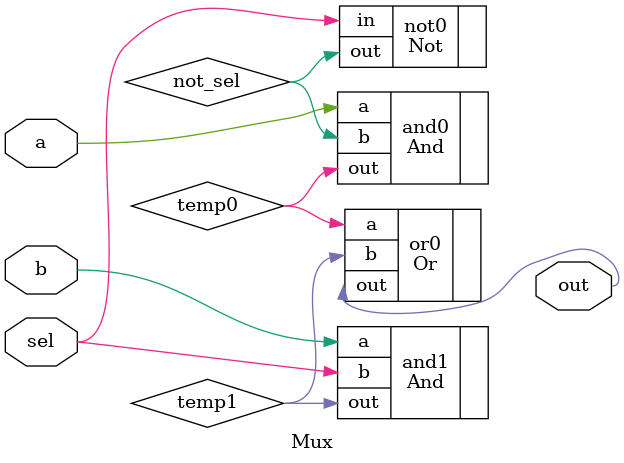
<source format=v>
module Mux (
  output wire out,
  input wire a,
  input wire b,
  input wire sel
);
  wire not_sel;
  wire temp0, temp1;
  Not not0 (
    .out(not_sel),
    .in(sel)
  );
  And and0 (
    .out(temp0),
    .a(a),
    .b(not_sel)
  );
  And and1 (
    .out(temp1),
    .a(b),
    .b(sel)
  );
  Or or0 (
    .out(out),
    .a(temp0),
    .b(temp1)
  );
endmodule

</source>
